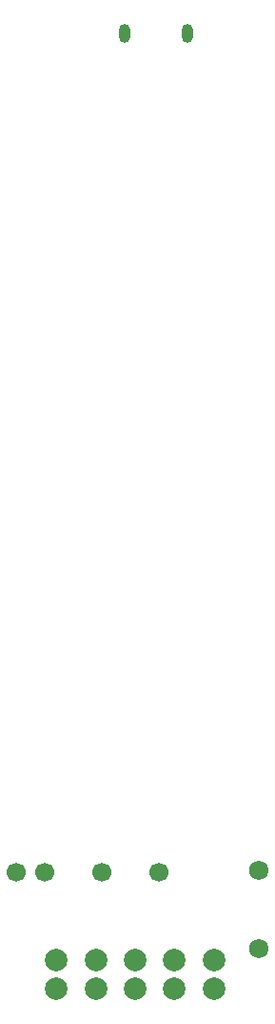
<source format=gbr>
%TF.GenerationSoftware,KiCad,Pcbnew,9.0.6*%
%TF.CreationDate,2025-11-01T18:39:00+03:00*%
%TF.ProjectId,PMMCU-ESP32C3,504d4d43-552d-4455-9350-333243332e6b,rev?*%
%TF.SameCoordinates,Original*%
%TF.FileFunction,Soldermask,Bot*%
%TF.FilePolarity,Negative*%
%FSLAX46Y46*%
G04 Gerber Fmt 4.6, Leading zero omitted, Abs format (unit mm)*
G04 Created by KiCad (PCBNEW 9.0.6) date 2025-11-01 18:39:00*
%MOMM*%
%LPD*%
G01*
G04 APERTURE LIST*
%ADD10O,1.000000X1.700000*%
%ADD11C,2.000000*%
%ADD12C,1.725000*%
%ADD13C,1.700000*%
G04 APERTURE END LIST*
D10*
%TO.C,J1*%
X22705029Y45202208D03*
X17055027Y45202208D03*
%TD*%
D11*
%TO.C,J6*%
X11000000Y-37000000D03*
X14500000Y-37000000D03*
X18000000Y-37000000D03*
X21500000Y-37000000D03*
X25000000Y-37000000D03*
X11000000Y-39500000D03*
X14500000Y-39500000D03*
X18000000Y-39500000D03*
X21500000Y-39500000D03*
X25000000Y-39500000D03*
%TD*%
D12*
%TO.C,U4*%
X29000000Y-36000000D03*
%TD*%
D13*
%TO.C,PS1*%
X7416800Y-29210000D03*
X9956800Y-29210000D03*
X15036800Y-29210000D03*
X20116800Y-29210000D03*
%TD*%
D12*
%TO.C,U3*%
X29000000Y-29000000D03*
%TD*%
M02*

</source>
